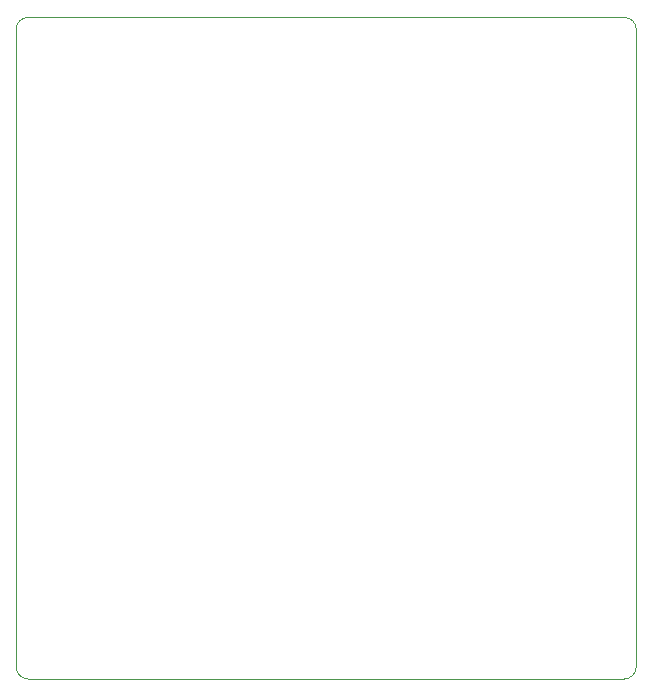
<source format=gbr>
%TF.GenerationSoftware,KiCad,Pcbnew,9.0.2*%
<<<<<<< HEAD
%TF.CreationDate,2025-06-18T19:59:33+02:00*%
=======
%TF.CreationDate,2025-06-17T18:04:30+02:00*%
>>>>>>> 2e23f7f8cb64151a60ec3d004f8241720292418e
%TF.ProjectId,Robobuoy-Sub-PSU-v2_1,526f626f-6275-46f7-992d-5375622d5053,2.0*%
%TF.SameCoordinates,Original*%
%TF.FileFunction,Profile,NP*%
%FSLAX46Y46*%
G04 Gerber Fmt 4.6, Leading zero omitted, Abs format (unit mm)*
<<<<<<< HEAD
G04 Created by KiCad (PCBNEW 9.0.2) date 2025-06-18 19:59:33*
=======
G04 Created by KiCad (PCBNEW 9.0.2) date 2025-06-17 18:04:30*
>>>>>>> 2e23f7f8cb64151a60ec3d004f8241720292418e
%MOMM*%
%LPD*%
G01*
G04 APERTURE LIST*
%TA.AperFunction,Profile*%
%ADD10C,0.100000*%
%TD*%
G04 APERTURE END LIST*
D10*
X-26000000Y-28000000D02*
G75*
G02*
X-27000000Y-27000000I0J1000000D01*
G01*
X25500000Y-27000000D02*
G75*
G02*
X24500000Y-28000000I-1000000J0D01*
G01*
X-26000000Y28000000D02*
X24500000Y28000000D01*
X-27000000Y27000000D02*
G75*
G02*
X-26000000Y28000000I1000000J0D01*
G01*
X24500000Y28000000D02*
G75*
G02*
X25500000Y27000000I0J-1000000D01*
G01*
X24500000Y-28000000D02*
X-26000000Y-28000000D01*
X-27000000Y-27000000D02*
X-27000000Y27000000D01*
X25500000Y27000000D02*
X25500000Y-27000000D01*
M02*

</source>
